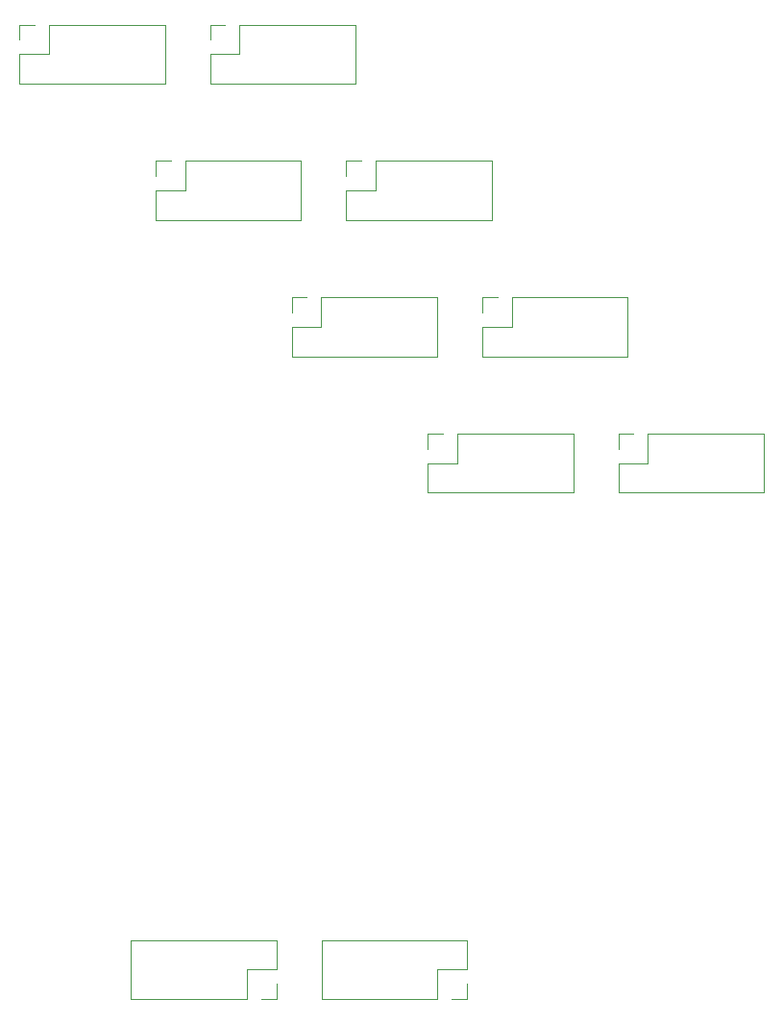
<source format=gbr>
G04 #@! TF.GenerationSoftware,KiCad,Pcbnew,5.1.5-52549c5~84~ubuntu16.04.1*
G04 #@! TF.CreationDate,2020-01-12T22:05:50-08:00*
G04 #@! TF.ProjectId,output.panelized,6f757470-7574-42e7-9061-6e656c697a65,rev?*
G04 #@! TF.SameCoordinates,PX8e95450PY5aa2c88*
G04 #@! TF.FileFunction,Legend,Bot*
G04 #@! TF.FilePolarity,Positive*
%FSLAX46Y46*%
G04 Gerber Fmt 4.6, Leading zero omitted, Abs format (unit mm)*
G04 Created by KiCad (PCBNEW 5.1.5-52549c5~84~ubuntu16.04.1) date 2020-01-12 22:05:50*
%MOMM*%
%LPD*%
G04 APERTURE LIST*
%ADD10C,0.120000*%
G04 APERTURE END LIST*
D10*
X-108000800Y79491400D02*
X-108000800Y74291400D01*
X-118220800Y79491400D02*
X-108000800Y79491400D01*
X-120820800Y74291400D02*
X-108000800Y74291400D01*
X-118220800Y79491400D02*
X-118220800Y76891400D01*
X-118220800Y76891400D02*
X-120820800Y76891400D01*
X-120820800Y76891400D02*
X-120820800Y74291400D01*
X-119490800Y79491400D02*
X-120820800Y79491400D01*
X-120820800Y79491400D02*
X-120820800Y78161400D01*
X-104020800Y79491400D02*
X-104020800Y78161400D01*
X-102690800Y79491400D02*
X-104020800Y79491400D01*
X-104020800Y76891400D02*
X-104020800Y74291400D01*
X-101420800Y76891400D02*
X-104020800Y76891400D01*
X-101420800Y79491400D02*
X-101420800Y76891400D01*
X-104020800Y74291400D02*
X-91200800Y74291400D01*
X-101420800Y79491400D02*
X-91200800Y79491400D01*
X-91200800Y79491400D02*
X-91200800Y74291400D01*
X-96000800Y67491400D02*
X-96000800Y62291400D01*
X-106220800Y67491400D02*
X-96000800Y67491400D01*
X-108820800Y62291400D02*
X-96000800Y62291400D01*
X-106220800Y67491400D02*
X-106220800Y64891400D01*
X-106220800Y64891400D02*
X-108820800Y64891400D01*
X-108820800Y64891400D02*
X-108820800Y62291400D01*
X-107490800Y67491400D02*
X-108820800Y67491400D01*
X-108820800Y67491400D02*
X-108820800Y66161400D01*
X-92020800Y67491400D02*
X-92020800Y66161400D01*
X-90690800Y67491400D02*
X-92020800Y67491400D01*
X-92020800Y64891400D02*
X-92020800Y62291400D01*
X-89420800Y64891400D02*
X-92020800Y64891400D01*
X-89420800Y67491400D02*
X-89420800Y64891400D01*
X-92020800Y62291400D02*
X-79200800Y62291400D01*
X-89420800Y67491400D02*
X-79200800Y67491400D01*
X-79200800Y67491400D02*
X-79200800Y62291400D01*
X-84000800Y55491400D02*
X-84000800Y50291400D01*
X-94220800Y55491400D02*
X-84000800Y55491400D01*
X-96820800Y50291400D02*
X-84000800Y50291400D01*
X-94220800Y55491400D02*
X-94220800Y52891400D01*
X-94220800Y52891400D02*
X-96820800Y52891400D01*
X-96820800Y52891400D02*
X-96820800Y50291400D01*
X-95490800Y55491400D02*
X-96820800Y55491400D01*
X-96820800Y55491400D02*
X-96820800Y54161400D01*
X-80020800Y55491400D02*
X-80020800Y54161400D01*
X-78690800Y55491400D02*
X-80020800Y55491400D01*
X-80020800Y52891400D02*
X-80020800Y50291400D01*
X-77420800Y52891400D02*
X-80020800Y52891400D01*
X-77420800Y55491400D02*
X-77420800Y52891400D01*
X-80020800Y50291400D02*
X-67200800Y50291400D01*
X-77420800Y55491400D02*
X-67200800Y55491400D01*
X-67200800Y55491400D02*
X-67200800Y50291400D01*
X-72000800Y43491400D02*
X-72000800Y38291400D01*
X-82220800Y43491400D02*
X-72000800Y43491400D01*
X-84820800Y38291400D02*
X-72000800Y38291400D01*
X-82220800Y43491400D02*
X-82220800Y40891400D01*
X-82220800Y40891400D02*
X-84820800Y40891400D01*
X-84820800Y40891400D02*
X-84820800Y38291400D01*
X-83490800Y43491400D02*
X-84820800Y43491400D01*
X-84820800Y43491400D02*
X-84820800Y42161400D01*
X-68020800Y43491400D02*
X-68020800Y42161400D01*
X-66690800Y43491400D02*
X-68020800Y43491400D01*
X-68020800Y40891400D02*
X-68020800Y38291400D01*
X-65420800Y40891400D02*
X-68020800Y40891400D01*
X-65420800Y43491400D02*
X-65420800Y40891400D01*
X-68020800Y38291400D02*
X-55200800Y38291400D01*
X-65420800Y43491400D02*
X-55200800Y43491400D01*
X-55200800Y43491400D02*
X-55200800Y38291400D01*
X-94199200Y-6291400D02*
X-94199200Y-1091400D01*
X-83979200Y-6291400D02*
X-94199200Y-6291400D01*
X-81379200Y-1091400D02*
X-94199200Y-1091400D01*
X-83979200Y-6291400D02*
X-83979200Y-3691400D01*
X-83979200Y-3691400D02*
X-81379200Y-3691400D01*
X-81379200Y-3691400D02*
X-81379200Y-1091400D01*
X-82709200Y-6291400D02*
X-81379200Y-6291400D01*
X-81379200Y-6291400D02*
X-81379200Y-4961400D01*
X-98179200Y-6291400D02*
X-98179200Y-4961400D01*
X-99509200Y-6291400D02*
X-98179200Y-6291400D01*
X-98179200Y-3691400D02*
X-98179200Y-1091400D01*
X-100779200Y-3691400D02*
X-98179200Y-3691400D01*
X-100779200Y-6291400D02*
X-100779200Y-3691400D01*
X-98179200Y-1091400D02*
X-110999200Y-1091400D01*
X-100779200Y-6291400D02*
X-110999200Y-6291400D01*
X-110999200Y-6291400D02*
X-110999200Y-1091400D01*
M02*

</source>
